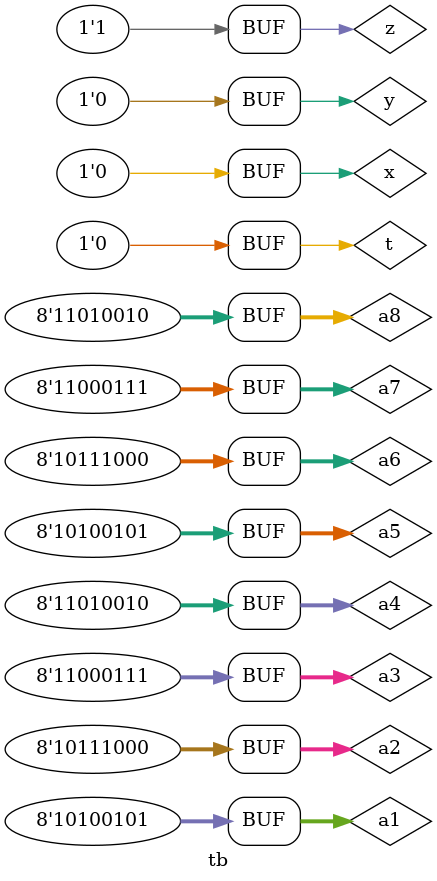
<source format=v>
module tb;
reg [7:0] a1,a2,a3,a4,a5,a6,a7,a8;
reg x,y,z,t;
wire [15:0]final;
wire [7:0]final1;
wire [7:0]final2;

mux3 u9(.f1(a1),.f2(a2),.f3(a3),.f4(a4),.f5(a5),.f6(a6),.f7(a7),.f8(a8),.x(x),.y(y),.z(z),.t(t),.out3(final));
mux2 u10(.in1(a1),.in2(a2),.in3(a3),.in4(a4),.x(x),.y(y),.out2(final1));
mux2 u11(.in1(a5),.in2(a6),.in3(a7),.in4(a8),.x(z),.y(t),.out2(final2));
initial begin
a1=8'ha5;
a2=8'hb8;
a3=8'hc7;
a4=8'hd2;
a5=8'ha5;
a6=8'hb8;
a7=8'hc7;
a8=8'hd2;

x=1'b0;
y=1'b0;
z=1'b1;
t=1'b0;
end
endmodule

</source>
